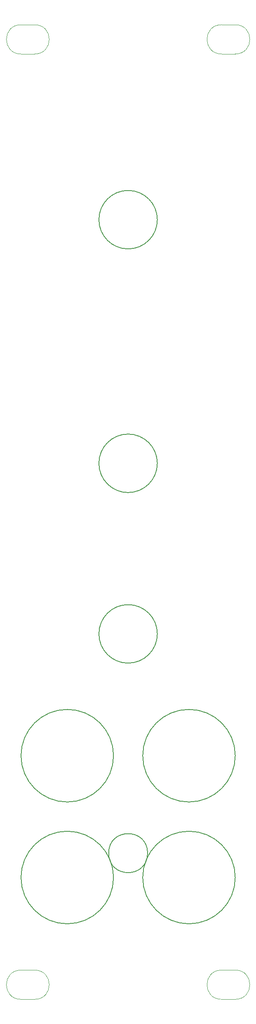
<source format=gbr>
G04 #@! TF.GenerationSoftware,KiCad,Pcbnew,6.0.4-6f826c9f35~116~ubuntu20.04.1*
G04 #@! TF.CreationDate,2022-04-20T21:21:03-04:00*
G04 #@! TF.ProjectId,yash_panel,79617368-5f70-4616-9e65-6c2e6b696361,rev?*
G04 #@! TF.SameCoordinates,Original*
G04 #@! TF.FileFunction,Other,Comment*
%FSLAX46Y46*%
G04 Gerber Fmt 4.6, Leading zero omitted, Abs format (unit mm)*
G04 Created by KiCad (PCBNEW 6.0.4-6f826c9f35~116~ubuntu20.04.1) date 2022-04-20 21:21:03*
%MOMM*%
%LPD*%
G01*
G04 APERTURE LIST*
%ADD10C,0.120000*%
%ADD11C,0.150000*%
G04 APERTURE END LIST*
D10*
G04 #@! TO.C,H10*
X63100000Y-201600000D02*
X60300000Y-201600000D01*
X63100000Y-7600000D02*
X60300000Y-7600000D01*
X63100000Y-13600000D02*
X60300000Y-13600000D01*
X63100000Y-207600000D02*
X60300000Y-207600000D01*
X63100000Y-13600000D02*
G75*
G03*
X63100000Y-7600000I0J3000000D01*
G01*
X63100000Y-207600000D02*
G75*
G03*
X63100000Y-201600000I0J3000000D01*
G01*
X60300000Y-201600000D02*
G75*
G03*
X60300000Y-207600000I0J-3000000D01*
G01*
X60300000Y-7600000D02*
G75*
G03*
X60300000Y-13600000I0J-3000000D01*
G01*
D11*
G04 #@! TO.C,H7*
X47100000Y-132600000D02*
G75*
G03*
X47100000Y-132600000I-6000000J0D01*
G01*
G04 #@! TO.C,H5*
X47100000Y-47600000D02*
G75*
G03*
X47100000Y-47600000I-6000000J0D01*
G01*
G04 #@! TO.C,H1*
X38100000Y-157600000D02*
G75*
G03*
X38100000Y-157600000I-9500000J0D01*
G01*
D10*
G04 #@! TO.C,H9*
X19100000Y-7600000D02*
X21900000Y-7600000D01*
X19100000Y-13600000D02*
X21900000Y-13600000D01*
X19100000Y-207600000D02*
X21900000Y-207600000D01*
X19100000Y-201600000D02*
X21900000Y-201600000D01*
X19100000Y-201600000D02*
G75*
G03*
X19100000Y-207600000I0J-3000000D01*
G01*
X21900000Y-207600000D02*
G75*
G03*
X21900000Y-201600000I0J3000000D01*
G01*
X21900000Y-13600000D02*
G75*
G03*
X21900000Y-7600000I0J3000000D01*
G01*
X19100000Y-7600000D02*
G75*
G03*
X19100000Y-13600000I0J-3000000D01*
G01*
D11*
G04 #@! TO.C,H8*
X45100000Y-177600000D02*
G75*
G03*
X45100000Y-177600000I-4000000J0D01*
G01*
G04 #@! TO.C,H2*
X38100000Y-182600000D02*
G75*
G03*
X38100000Y-182600000I-9500000J0D01*
G01*
G04 #@! TO.C,H3*
X63100000Y-157600000D02*
G75*
G03*
X63100000Y-157600000I-9500000J0D01*
G01*
G04 #@! TO.C,H4*
X63100000Y-182600000D02*
G75*
G03*
X63100000Y-182600000I-9500000J0D01*
G01*
G04 #@! TO.C,H6*
X47100000Y-97600000D02*
G75*
G03*
X47100000Y-97600000I-6000000J0D01*
G01*
G04 #@! TD*
M02*

</source>
